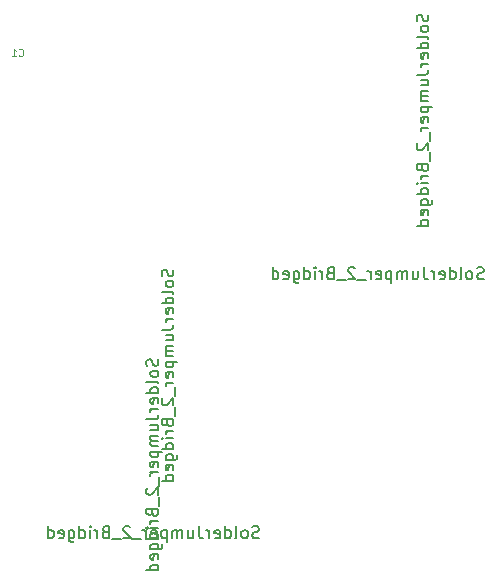
<source format=gbr>
%TF.GenerationSoftware,KiCad,Pcbnew,9.0.0*%
%TF.CreationDate,2025-05-09T14:52:44+01:00*%
%TF.ProjectId,v0b,7630622e-6b69-4636-9164-5f7063625858,rev?*%
%TF.SameCoordinates,Original*%
%TF.FileFunction,AssemblyDrawing,Bot*%
%FSLAX46Y46*%
G04 Gerber Fmt 4.6, Leading zero omitted, Abs format (unit mm)*
G04 Created by KiCad (PCBNEW 9.0.0) date 2025-05-09 14:52:44*
%MOMM*%
%LPD*%
G01*
G04 APERTURE LIST*
%ADD10C,0.090000*%
%ADD11C,0.150000*%
G04 APERTURE END LIST*
D10*
X71849999Y-37045748D02*
X71878571Y-37074320D01*
X71878571Y-37074320D02*
X71964285Y-37102891D01*
X71964285Y-37102891D02*
X72021428Y-37102891D01*
X72021428Y-37102891D02*
X72107142Y-37074320D01*
X72107142Y-37074320D02*
X72164285Y-37017177D01*
X72164285Y-37017177D02*
X72192856Y-36960034D01*
X72192856Y-36960034D02*
X72221428Y-36845748D01*
X72221428Y-36845748D02*
X72221428Y-36760034D01*
X72221428Y-36760034D02*
X72192856Y-36645748D01*
X72192856Y-36645748D02*
X72164285Y-36588605D01*
X72164285Y-36588605D02*
X72107142Y-36531462D01*
X72107142Y-36531462D02*
X72021428Y-36502891D01*
X72021428Y-36502891D02*
X71964285Y-36502891D01*
X71964285Y-36502891D02*
X71878571Y-36531462D01*
X71878571Y-36531462D02*
X71849999Y-36560034D01*
X71278571Y-37102891D02*
X71621428Y-37102891D01*
X71449999Y-37102891D02*
X71449999Y-36502891D01*
X71449999Y-36502891D02*
X71507142Y-36588605D01*
X71507142Y-36588605D02*
X71564285Y-36645748D01*
X71564285Y-36645748D02*
X71621428Y-36674320D01*
D11*
X92152381Y-77882200D02*
X92009524Y-77929819D01*
X92009524Y-77929819D02*
X91771429Y-77929819D01*
X91771429Y-77929819D02*
X91676191Y-77882200D01*
X91676191Y-77882200D02*
X91628572Y-77834580D01*
X91628572Y-77834580D02*
X91580953Y-77739342D01*
X91580953Y-77739342D02*
X91580953Y-77644104D01*
X91580953Y-77644104D02*
X91628572Y-77548866D01*
X91628572Y-77548866D02*
X91676191Y-77501247D01*
X91676191Y-77501247D02*
X91771429Y-77453628D01*
X91771429Y-77453628D02*
X91961905Y-77406009D01*
X91961905Y-77406009D02*
X92057143Y-77358390D01*
X92057143Y-77358390D02*
X92104762Y-77310771D01*
X92104762Y-77310771D02*
X92152381Y-77215533D01*
X92152381Y-77215533D02*
X92152381Y-77120295D01*
X92152381Y-77120295D02*
X92104762Y-77025057D01*
X92104762Y-77025057D02*
X92057143Y-76977438D01*
X92057143Y-76977438D02*
X91961905Y-76929819D01*
X91961905Y-76929819D02*
X91723810Y-76929819D01*
X91723810Y-76929819D02*
X91580953Y-76977438D01*
X91009524Y-77929819D02*
X91104762Y-77882200D01*
X91104762Y-77882200D02*
X91152381Y-77834580D01*
X91152381Y-77834580D02*
X91200000Y-77739342D01*
X91200000Y-77739342D02*
X91200000Y-77453628D01*
X91200000Y-77453628D02*
X91152381Y-77358390D01*
X91152381Y-77358390D02*
X91104762Y-77310771D01*
X91104762Y-77310771D02*
X91009524Y-77263152D01*
X91009524Y-77263152D02*
X90866667Y-77263152D01*
X90866667Y-77263152D02*
X90771429Y-77310771D01*
X90771429Y-77310771D02*
X90723810Y-77358390D01*
X90723810Y-77358390D02*
X90676191Y-77453628D01*
X90676191Y-77453628D02*
X90676191Y-77739342D01*
X90676191Y-77739342D02*
X90723810Y-77834580D01*
X90723810Y-77834580D02*
X90771429Y-77882200D01*
X90771429Y-77882200D02*
X90866667Y-77929819D01*
X90866667Y-77929819D02*
X91009524Y-77929819D01*
X90104762Y-77929819D02*
X90200000Y-77882200D01*
X90200000Y-77882200D02*
X90247619Y-77786961D01*
X90247619Y-77786961D02*
X90247619Y-76929819D01*
X89295238Y-77929819D02*
X89295238Y-76929819D01*
X89295238Y-77882200D02*
X89390476Y-77929819D01*
X89390476Y-77929819D02*
X89580952Y-77929819D01*
X89580952Y-77929819D02*
X89676190Y-77882200D01*
X89676190Y-77882200D02*
X89723809Y-77834580D01*
X89723809Y-77834580D02*
X89771428Y-77739342D01*
X89771428Y-77739342D02*
X89771428Y-77453628D01*
X89771428Y-77453628D02*
X89723809Y-77358390D01*
X89723809Y-77358390D02*
X89676190Y-77310771D01*
X89676190Y-77310771D02*
X89580952Y-77263152D01*
X89580952Y-77263152D02*
X89390476Y-77263152D01*
X89390476Y-77263152D02*
X89295238Y-77310771D01*
X88438095Y-77882200D02*
X88533333Y-77929819D01*
X88533333Y-77929819D02*
X88723809Y-77929819D01*
X88723809Y-77929819D02*
X88819047Y-77882200D01*
X88819047Y-77882200D02*
X88866666Y-77786961D01*
X88866666Y-77786961D02*
X88866666Y-77406009D01*
X88866666Y-77406009D02*
X88819047Y-77310771D01*
X88819047Y-77310771D02*
X88723809Y-77263152D01*
X88723809Y-77263152D02*
X88533333Y-77263152D01*
X88533333Y-77263152D02*
X88438095Y-77310771D01*
X88438095Y-77310771D02*
X88390476Y-77406009D01*
X88390476Y-77406009D02*
X88390476Y-77501247D01*
X88390476Y-77501247D02*
X88866666Y-77596485D01*
X87961904Y-77929819D02*
X87961904Y-77263152D01*
X87961904Y-77453628D02*
X87914285Y-77358390D01*
X87914285Y-77358390D02*
X87866666Y-77310771D01*
X87866666Y-77310771D02*
X87771428Y-77263152D01*
X87771428Y-77263152D02*
X87676190Y-77263152D01*
X87057142Y-76929819D02*
X87057142Y-77644104D01*
X87057142Y-77644104D02*
X87104761Y-77786961D01*
X87104761Y-77786961D02*
X87199999Y-77882200D01*
X87199999Y-77882200D02*
X87342856Y-77929819D01*
X87342856Y-77929819D02*
X87438094Y-77929819D01*
X86152380Y-77263152D02*
X86152380Y-77929819D01*
X86580951Y-77263152D02*
X86580951Y-77786961D01*
X86580951Y-77786961D02*
X86533332Y-77882200D01*
X86533332Y-77882200D02*
X86438094Y-77929819D01*
X86438094Y-77929819D02*
X86295237Y-77929819D01*
X86295237Y-77929819D02*
X86199999Y-77882200D01*
X86199999Y-77882200D02*
X86152380Y-77834580D01*
X85676189Y-77929819D02*
X85676189Y-77263152D01*
X85676189Y-77358390D02*
X85628570Y-77310771D01*
X85628570Y-77310771D02*
X85533332Y-77263152D01*
X85533332Y-77263152D02*
X85390475Y-77263152D01*
X85390475Y-77263152D02*
X85295237Y-77310771D01*
X85295237Y-77310771D02*
X85247618Y-77406009D01*
X85247618Y-77406009D02*
X85247618Y-77929819D01*
X85247618Y-77406009D02*
X85199999Y-77310771D01*
X85199999Y-77310771D02*
X85104761Y-77263152D01*
X85104761Y-77263152D02*
X84961904Y-77263152D01*
X84961904Y-77263152D02*
X84866665Y-77310771D01*
X84866665Y-77310771D02*
X84819046Y-77406009D01*
X84819046Y-77406009D02*
X84819046Y-77929819D01*
X84342856Y-77263152D02*
X84342856Y-78263152D01*
X84342856Y-77310771D02*
X84247618Y-77263152D01*
X84247618Y-77263152D02*
X84057142Y-77263152D01*
X84057142Y-77263152D02*
X83961904Y-77310771D01*
X83961904Y-77310771D02*
X83914285Y-77358390D01*
X83914285Y-77358390D02*
X83866666Y-77453628D01*
X83866666Y-77453628D02*
X83866666Y-77739342D01*
X83866666Y-77739342D02*
X83914285Y-77834580D01*
X83914285Y-77834580D02*
X83961904Y-77882200D01*
X83961904Y-77882200D02*
X84057142Y-77929819D01*
X84057142Y-77929819D02*
X84247618Y-77929819D01*
X84247618Y-77929819D02*
X84342856Y-77882200D01*
X83057142Y-77882200D02*
X83152380Y-77929819D01*
X83152380Y-77929819D02*
X83342856Y-77929819D01*
X83342856Y-77929819D02*
X83438094Y-77882200D01*
X83438094Y-77882200D02*
X83485713Y-77786961D01*
X83485713Y-77786961D02*
X83485713Y-77406009D01*
X83485713Y-77406009D02*
X83438094Y-77310771D01*
X83438094Y-77310771D02*
X83342856Y-77263152D01*
X83342856Y-77263152D02*
X83152380Y-77263152D01*
X83152380Y-77263152D02*
X83057142Y-77310771D01*
X83057142Y-77310771D02*
X83009523Y-77406009D01*
X83009523Y-77406009D02*
X83009523Y-77501247D01*
X83009523Y-77501247D02*
X83485713Y-77596485D01*
X82580951Y-77929819D02*
X82580951Y-77263152D01*
X82580951Y-77453628D02*
X82533332Y-77358390D01*
X82533332Y-77358390D02*
X82485713Y-77310771D01*
X82485713Y-77310771D02*
X82390475Y-77263152D01*
X82390475Y-77263152D02*
X82295237Y-77263152D01*
X82199999Y-78025057D02*
X81438094Y-78025057D01*
X81247617Y-77025057D02*
X81199998Y-76977438D01*
X81199998Y-76977438D02*
X81104760Y-76929819D01*
X81104760Y-76929819D02*
X80866665Y-76929819D01*
X80866665Y-76929819D02*
X80771427Y-76977438D01*
X80771427Y-76977438D02*
X80723808Y-77025057D01*
X80723808Y-77025057D02*
X80676189Y-77120295D01*
X80676189Y-77120295D02*
X80676189Y-77215533D01*
X80676189Y-77215533D02*
X80723808Y-77358390D01*
X80723808Y-77358390D02*
X81295236Y-77929819D01*
X81295236Y-77929819D02*
X80676189Y-77929819D01*
X80485713Y-78025057D02*
X79723808Y-78025057D01*
X79152379Y-77406009D02*
X79009522Y-77453628D01*
X79009522Y-77453628D02*
X78961903Y-77501247D01*
X78961903Y-77501247D02*
X78914284Y-77596485D01*
X78914284Y-77596485D02*
X78914284Y-77739342D01*
X78914284Y-77739342D02*
X78961903Y-77834580D01*
X78961903Y-77834580D02*
X79009522Y-77882200D01*
X79009522Y-77882200D02*
X79104760Y-77929819D01*
X79104760Y-77929819D02*
X79485712Y-77929819D01*
X79485712Y-77929819D02*
X79485712Y-76929819D01*
X79485712Y-76929819D02*
X79152379Y-76929819D01*
X79152379Y-76929819D02*
X79057141Y-76977438D01*
X79057141Y-76977438D02*
X79009522Y-77025057D01*
X79009522Y-77025057D02*
X78961903Y-77120295D01*
X78961903Y-77120295D02*
X78961903Y-77215533D01*
X78961903Y-77215533D02*
X79009522Y-77310771D01*
X79009522Y-77310771D02*
X79057141Y-77358390D01*
X79057141Y-77358390D02*
X79152379Y-77406009D01*
X79152379Y-77406009D02*
X79485712Y-77406009D01*
X78485712Y-77929819D02*
X78485712Y-77263152D01*
X78485712Y-77453628D02*
X78438093Y-77358390D01*
X78438093Y-77358390D02*
X78390474Y-77310771D01*
X78390474Y-77310771D02*
X78295236Y-77263152D01*
X78295236Y-77263152D02*
X78199998Y-77263152D01*
X77866664Y-77929819D02*
X77866664Y-77263152D01*
X77866664Y-76929819D02*
X77914283Y-76977438D01*
X77914283Y-76977438D02*
X77866664Y-77025057D01*
X77866664Y-77025057D02*
X77819045Y-76977438D01*
X77819045Y-76977438D02*
X77866664Y-76929819D01*
X77866664Y-76929819D02*
X77866664Y-77025057D01*
X76961903Y-77929819D02*
X76961903Y-76929819D01*
X76961903Y-77882200D02*
X77057141Y-77929819D01*
X77057141Y-77929819D02*
X77247617Y-77929819D01*
X77247617Y-77929819D02*
X77342855Y-77882200D01*
X77342855Y-77882200D02*
X77390474Y-77834580D01*
X77390474Y-77834580D02*
X77438093Y-77739342D01*
X77438093Y-77739342D02*
X77438093Y-77453628D01*
X77438093Y-77453628D02*
X77390474Y-77358390D01*
X77390474Y-77358390D02*
X77342855Y-77310771D01*
X77342855Y-77310771D02*
X77247617Y-77263152D01*
X77247617Y-77263152D02*
X77057141Y-77263152D01*
X77057141Y-77263152D02*
X76961903Y-77310771D01*
X76057141Y-77263152D02*
X76057141Y-78072676D01*
X76057141Y-78072676D02*
X76104760Y-78167914D01*
X76104760Y-78167914D02*
X76152379Y-78215533D01*
X76152379Y-78215533D02*
X76247617Y-78263152D01*
X76247617Y-78263152D02*
X76390474Y-78263152D01*
X76390474Y-78263152D02*
X76485712Y-78215533D01*
X76057141Y-77882200D02*
X76152379Y-77929819D01*
X76152379Y-77929819D02*
X76342855Y-77929819D01*
X76342855Y-77929819D02*
X76438093Y-77882200D01*
X76438093Y-77882200D02*
X76485712Y-77834580D01*
X76485712Y-77834580D02*
X76533331Y-77739342D01*
X76533331Y-77739342D02*
X76533331Y-77453628D01*
X76533331Y-77453628D02*
X76485712Y-77358390D01*
X76485712Y-77358390D02*
X76438093Y-77310771D01*
X76438093Y-77310771D02*
X76342855Y-77263152D01*
X76342855Y-77263152D02*
X76152379Y-77263152D01*
X76152379Y-77263152D02*
X76057141Y-77310771D01*
X75199998Y-77882200D02*
X75295236Y-77929819D01*
X75295236Y-77929819D02*
X75485712Y-77929819D01*
X75485712Y-77929819D02*
X75580950Y-77882200D01*
X75580950Y-77882200D02*
X75628569Y-77786961D01*
X75628569Y-77786961D02*
X75628569Y-77406009D01*
X75628569Y-77406009D02*
X75580950Y-77310771D01*
X75580950Y-77310771D02*
X75485712Y-77263152D01*
X75485712Y-77263152D02*
X75295236Y-77263152D01*
X75295236Y-77263152D02*
X75199998Y-77310771D01*
X75199998Y-77310771D02*
X75152379Y-77406009D01*
X75152379Y-77406009D02*
X75152379Y-77501247D01*
X75152379Y-77501247D02*
X75628569Y-77596485D01*
X74295236Y-77929819D02*
X74295236Y-76929819D01*
X74295236Y-77882200D02*
X74390474Y-77929819D01*
X74390474Y-77929819D02*
X74580950Y-77929819D01*
X74580950Y-77929819D02*
X74676188Y-77882200D01*
X74676188Y-77882200D02*
X74723807Y-77834580D01*
X74723807Y-77834580D02*
X74771426Y-77739342D01*
X74771426Y-77739342D02*
X74771426Y-77453628D01*
X74771426Y-77453628D02*
X74723807Y-77358390D01*
X74723807Y-77358390D02*
X74676188Y-77310771D01*
X74676188Y-77310771D02*
X74580950Y-77263152D01*
X74580950Y-77263152D02*
X74390474Y-77263152D01*
X74390474Y-77263152D02*
X74295236Y-77310771D01*
X83587200Y-62787618D02*
X83634819Y-62930475D01*
X83634819Y-62930475D02*
X83634819Y-63168570D01*
X83634819Y-63168570D02*
X83587200Y-63263808D01*
X83587200Y-63263808D02*
X83539580Y-63311427D01*
X83539580Y-63311427D02*
X83444342Y-63359046D01*
X83444342Y-63359046D02*
X83349104Y-63359046D01*
X83349104Y-63359046D02*
X83253866Y-63311427D01*
X83253866Y-63311427D02*
X83206247Y-63263808D01*
X83206247Y-63263808D02*
X83158628Y-63168570D01*
X83158628Y-63168570D02*
X83111009Y-62978094D01*
X83111009Y-62978094D02*
X83063390Y-62882856D01*
X83063390Y-62882856D02*
X83015771Y-62835237D01*
X83015771Y-62835237D02*
X82920533Y-62787618D01*
X82920533Y-62787618D02*
X82825295Y-62787618D01*
X82825295Y-62787618D02*
X82730057Y-62835237D01*
X82730057Y-62835237D02*
X82682438Y-62882856D01*
X82682438Y-62882856D02*
X82634819Y-62978094D01*
X82634819Y-62978094D02*
X82634819Y-63216189D01*
X82634819Y-63216189D02*
X82682438Y-63359046D01*
X83634819Y-63930475D02*
X83587200Y-63835237D01*
X83587200Y-63835237D02*
X83539580Y-63787618D01*
X83539580Y-63787618D02*
X83444342Y-63739999D01*
X83444342Y-63739999D02*
X83158628Y-63739999D01*
X83158628Y-63739999D02*
X83063390Y-63787618D01*
X83063390Y-63787618D02*
X83015771Y-63835237D01*
X83015771Y-63835237D02*
X82968152Y-63930475D01*
X82968152Y-63930475D02*
X82968152Y-64073332D01*
X82968152Y-64073332D02*
X83015771Y-64168570D01*
X83015771Y-64168570D02*
X83063390Y-64216189D01*
X83063390Y-64216189D02*
X83158628Y-64263808D01*
X83158628Y-64263808D02*
X83444342Y-64263808D01*
X83444342Y-64263808D02*
X83539580Y-64216189D01*
X83539580Y-64216189D02*
X83587200Y-64168570D01*
X83587200Y-64168570D02*
X83634819Y-64073332D01*
X83634819Y-64073332D02*
X83634819Y-63930475D01*
X83634819Y-64835237D02*
X83587200Y-64739999D01*
X83587200Y-64739999D02*
X83491961Y-64692380D01*
X83491961Y-64692380D02*
X82634819Y-64692380D01*
X83634819Y-65644761D02*
X82634819Y-65644761D01*
X83587200Y-65644761D02*
X83634819Y-65549523D01*
X83634819Y-65549523D02*
X83634819Y-65359047D01*
X83634819Y-65359047D02*
X83587200Y-65263809D01*
X83587200Y-65263809D02*
X83539580Y-65216190D01*
X83539580Y-65216190D02*
X83444342Y-65168571D01*
X83444342Y-65168571D02*
X83158628Y-65168571D01*
X83158628Y-65168571D02*
X83063390Y-65216190D01*
X83063390Y-65216190D02*
X83015771Y-65263809D01*
X83015771Y-65263809D02*
X82968152Y-65359047D01*
X82968152Y-65359047D02*
X82968152Y-65549523D01*
X82968152Y-65549523D02*
X83015771Y-65644761D01*
X83587200Y-66501904D02*
X83634819Y-66406666D01*
X83634819Y-66406666D02*
X83634819Y-66216190D01*
X83634819Y-66216190D02*
X83587200Y-66120952D01*
X83587200Y-66120952D02*
X83491961Y-66073333D01*
X83491961Y-66073333D02*
X83111009Y-66073333D01*
X83111009Y-66073333D02*
X83015771Y-66120952D01*
X83015771Y-66120952D02*
X82968152Y-66216190D01*
X82968152Y-66216190D02*
X82968152Y-66406666D01*
X82968152Y-66406666D02*
X83015771Y-66501904D01*
X83015771Y-66501904D02*
X83111009Y-66549523D01*
X83111009Y-66549523D02*
X83206247Y-66549523D01*
X83206247Y-66549523D02*
X83301485Y-66073333D01*
X83634819Y-66978095D02*
X82968152Y-66978095D01*
X83158628Y-66978095D02*
X83063390Y-67025714D01*
X83063390Y-67025714D02*
X83015771Y-67073333D01*
X83015771Y-67073333D02*
X82968152Y-67168571D01*
X82968152Y-67168571D02*
X82968152Y-67263809D01*
X82634819Y-67882857D02*
X83349104Y-67882857D01*
X83349104Y-67882857D02*
X83491961Y-67835238D01*
X83491961Y-67835238D02*
X83587200Y-67740000D01*
X83587200Y-67740000D02*
X83634819Y-67597143D01*
X83634819Y-67597143D02*
X83634819Y-67501905D01*
X82968152Y-68787619D02*
X83634819Y-68787619D01*
X82968152Y-68359048D02*
X83491961Y-68359048D01*
X83491961Y-68359048D02*
X83587200Y-68406667D01*
X83587200Y-68406667D02*
X83634819Y-68501905D01*
X83634819Y-68501905D02*
X83634819Y-68644762D01*
X83634819Y-68644762D02*
X83587200Y-68740000D01*
X83587200Y-68740000D02*
X83539580Y-68787619D01*
X83634819Y-69263810D02*
X82968152Y-69263810D01*
X83063390Y-69263810D02*
X83015771Y-69311429D01*
X83015771Y-69311429D02*
X82968152Y-69406667D01*
X82968152Y-69406667D02*
X82968152Y-69549524D01*
X82968152Y-69549524D02*
X83015771Y-69644762D01*
X83015771Y-69644762D02*
X83111009Y-69692381D01*
X83111009Y-69692381D02*
X83634819Y-69692381D01*
X83111009Y-69692381D02*
X83015771Y-69740000D01*
X83015771Y-69740000D02*
X82968152Y-69835238D01*
X82968152Y-69835238D02*
X82968152Y-69978095D01*
X82968152Y-69978095D02*
X83015771Y-70073334D01*
X83015771Y-70073334D02*
X83111009Y-70120953D01*
X83111009Y-70120953D02*
X83634819Y-70120953D01*
X82968152Y-70597143D02*
X83968152Y-70597143D01*
X83015771Y-70597143D02*
X82968152Y-70692381D01*
X82968152Y-70692381D02*
X82968152Y-70882857D01*
X82968152Y-70882857D02*
X83015771Y-70978095D01*
X83015771Y-70978095D02*
X83063390Y-71025714D01*
X83063390Y-71025714D02*
X83158628Y-71073333D01*
X83158628Y-71073333D02*
X83444342Y-71073333D01*
X83444342Y-71073333D02*
X83539580Y-71025714D01*
X83539580Y-71025714D02*
X83587200Y-70978095D01*
X83587200Y-70978095D02*
X83634819Y-70882857D01*
X83634819Y-70882857D02*
X83634819Y-70692381D01*
X83634819Y-70692381D02*
X83587200Y-70597143D01*
X83587200Y-71882857D02*
X83634819Y-71787619D01*
X83634819Y-71787619D02*
X83634819Y-71597143D01*
X83634819Y-71597143D02*
X83587200Y-71501905D01*
X83587200Y-71501905D02*
X83491961Y-71454286D01*
X83491961Y-71454286D02*
X83111009Y-71454286D01*
X83111009Y-71454286D02*
X83015771Y-71501905D01*
X83015771Y-71501905D02*
X82968152Y-71597143D01*
X82968152Y-71597143D02*
X82968152Y-71787619D01*
X82968152Y-71787619D02*
X83015771Y-71882857D01*
X83015771Y-71882857D02*
X83111009Y-71930476D01*
X83111009Y-71930476D02*
X83206247Y-71930476D01*
X83206247Y-71930476D02*
X83301485Y-71454286D01*
X83634819Y-72359048D02*
X82968152Y-72359048D01*
X83158628Y-72359048D02*
X83063390Y-72406667D01*
X83063390Y-72406667D02*
X83015771Y-72454286D01*
X83015771Y-72454286D02*
X82968152Y-72549524D01*
X82968152Y-72549524D02*
X82968152Y-72644762D01*
X83730057Y-72740001D02*
X83730057Y-73501905D01*
X82730057Y-73692382D02*
X82682438Y-73740001D01*
X82682438Y-73740001D02*
X82634819Y-73835239D01*
X82634819Y-73835239D02*
X82634819Y-74073334D01*
X82634819Y-74073334D02*
X82682438Y-74168572D01*
X82682438Y-74168572D02*
X82730057Y-74216191D01*
X82730057Y-74216191D02*
X82825295Y-74263810D01*
X82825295Y-74263810D02*
X82920533Y-74263810D01*
X82920533Y-74263810D02*
X83063390Y-74216191D01*
X83063390Y-74216191D02*
X83634819Y-73644763D01*
X83634819Y-73644763D02*
X83634819Y-74263810D01*
X83730057Y-74454287D02*
X83730057Y-75216191D01*
X83111009Y-75787620D02*
X83158628Y-75930477D01*
X83158628Y-75930477D02*
X83206247Y-75978096D01*
X83206247Y-75978096D02*
X83301485Y-76025715D01*
X83301485Y-76025715D02*
X83444342Y-76025715D01*
X83444342Y-76025715D02*
X83539580Y-75978096D01*
X83539580Y-75978096D02*
X83587200Y-75930477D01*
X83587200Y-75930477D02*
X83634819Y-75835239D01*
X83634819Y-75835239D02*
X83634819Y-75454287D01*
X83634819Y-75454287D02*
X82634819Y-75454287D01*
X82634819Y-75454287D02*
X82634819Y-75787620D01*
X82634819Y-75787620D02*
X82682438Y-75882858D01*
X82682438Y-75882858D02*
X82730057Y-75930477D01*
X82730057Y-75930477D02*
X82825295Y-75978096D01*
X82825295Y-75978096D02*
X82920533Y-75978096D01*
X82920533Y-75978096D02*
X83015771Y-75930477D01*
X83015771Y-75930477D02*
X83063390Y-75882858D01*
X83063390Y-75882858D02*
X83111009Y-75787620D01*
X83111009Y-75787620D02*
X83111009Y-75454287D01*
X83634819Y-76454287D02*
X82968152Y-76454287D01*
X83158628Y-76454287D02*
X83063390Y-76501906D01*
X83063390Y-76501906D02*
X83015771Y-76549525D01*
X83015771Y-76549525D02*
X82968152Y-76644763D01*
X82968152Y-76644763D02*
X82968152Y-76740001D01*
X83634819Y-77073335D02*
X82968152Y-77073335D01*
X82634819Y-77073335D02*
X82682438Y-77025716D01*
X82682438Y-77025716D02*
X82730057Y-77073335D01*
X82730057Y-77073335D02*
X82682438Y-77120954D01*
X82682438Y-77120954D02*
X82634819Y-77073335D01*
X82634819Y-77073335D02*
X82730057Y-77073335D01*
X83634819Y-77978096D02*
X82634819Y-77978096D01*
X83587200Y-77978096D02*
X83634819Y-77882858D01*
X83634819Y-77882858D02*
X83634819Y-77692382D01*
X83634819Y-77692382D02*
X83587200Y-77597144D01*
X83587200Y-77597144D02*
X83539580Y-77549525D01*
X83539580Y-77549525D02*
X83444342Y-77501906D01*
X83444342Y-77501906D02*
X83158628Y-77501906D01*
X83158628Y-77501906D02*
X83063390Y-77549525D01*
X83063390Y-77549525D02*
X83015771Y-77597144D01*
X83015771Y-77597144D02*
X82968152Y-77692382D01*
X82968152Y-77692382D02*
X82968152Y-77882858D01*
X82968152Y-77882858D02*
X83015771Y-77978096D01*
X82968152Y-78882858D02*
X83777676Y-78882858D01*
X83777676Y-78882858D02*
X83872914Y-78835239D01*
X83872914Y-78835239D02*
X83920533Y-78787620D01*
X83920533Y-78787620D02*
X83968152Y-78692382D01*
X83968152Y-78692382D02*
X83968152Y-78549525D01*
X83968152Y-78549525D02*
X83920533Y-78454287D01*
X83587200Y-78882858D02*
X83634819Y-78787620D01*
X83634819Y-78787620D02*
X83634819Y-78597144D01*
X83634819Y-78597144D02*
X83587200Y-78501906D01*
X83587200Y-78501906D02*
X83539580Y-78454287D01*
X83539580Y-78454287D02*
X83444342Y-78406668D01*
X83444342Y-78406668D02*
X83158628Y-78406668D01*
X83158628Y-78406668D02*
X83063390Y-78454287D01*
X83063390Y-78454287D02*
X83015771Y-78501906D01*
X83015771Y-78501906D02*
X82968152Y-78597144D01*
X82968152Y-78597144D02*
X82968152Y-78787620D01*
X82968152Y-78787620D02*
X83015771Y-78882858D01*
X83587200Y-79740001D02*
X83634819Y-79644763D01*
X83634819Y-79644763D02*
X83634819Y-79454287D01*
X83634819Y-79454287D02*
X83587200Y-79359049D01*
X83587200Y-79359049D02*
X83491961Y-79311430D01*
X83491961Y-79311430D02*
X83111009Y-79311430D01*
X83111009Y-79311430D02*
X83015771Y-79359049D01*
X83015771Y-79359049D02*
X82968152Y-79454287D01*
X82968152Y-79454287D02*
X82968152Y-79644763D01*
X82968152Y-79644763D02*
X83015771Y-79740001D01*
X83015771Y-79740001D02*
X83111009Y-79787620D01*
X83111009Y-79787620D02*
X83206247Y-79787620D01*
X83206247Y-79787620D02*
X83301485Y-79311430D01*
X83634819Y-80644763D02*
X82634819Y-80644763D01*
X83587200Y-80644763D02*
X83634819Y-80549525D01*
X83634819Y-80549525D02*
X83634819Y-80359049D01*
X83634819Y-80359049D02*
X83587200Y-80263811D01*
X83587200Y-80263811D02*
X83539580Y-80216192D01*
X83539580Y-80216192D02*
X83444342Y-80168573D01*
X83444342Y-80168573D02*
X83158628Y-80168573D01*
X83158628Y-80168573D02*
X83063390Y-80216192D01*
X83063390Y-80216192D02*
X83015771Y-80263811D01*
X83015771Y-80263811D02*
X82968152Y-80359049D01*
X82968152Y-80359049D02*
X82968152Y-80549525D01*
X82968152Y-80549525D02*
X83015771Y-80644763D01*
X106457200Y-33607618D02*
X106504819Y-33750475D01*
X106504819Y-33750475D02*
X106504819Y-33988570D01*
X106504819Y-33988570D02*
X106457200Y-34083808D01*
X106457200Y-34083808D02*
X106409580Y-34131427D01*
X106409580Y-34131427D02*
X106314342Y-34179046D01*
X106314342Y-34179046D02*
X106219104Y-34179046D01*
X106219104Y-34179046D02*
X106123866Y-34131427D01*
X106123866Y-34131427D02*
X106076247Y-34083808D01*
X106076247Y-34083808D02*
X106028628Y-33988570D01*
X106028628Y-33988570D02*
X105981009Y-33798094D01*
X105981009Y-33798094D02*
X105933390Y-33702856D01*
X105933390Y-33702856D02*
X105885771Y-33655237D01*
X105885771Y-33655237D02*
X105790533Y-33607618D01*
X105790533Y-33607618D02*
X105695295Y-33607618D01*
X105695295Y-33607618D02*
X105600057Y-33655237D01*
X105600057Y-33655237D02*
X105552438Y-33702856D01*
X105552438Y-33702856D02*
X105504819Y-33798094D01*
X105504819Y-33798094D02*
X105504819Y-34036189D01*
X105504819Y-34036189D02*
X105552438Y-34179046D01*
X106504819Y-34750475D02*
X106457200Y-34655237D01*
X106457200Y-34655237D02*
X106409580Y-34607618D01*
X106409580Y-34607618D02*
X106314342Y-34559999D01*
X106314342Y-34559999D02*
X106028628Y-34559999D01*
X106028628Y-34559999D02*
X105933390Y-34607618D01*
X105933390Y-34607618D02*
X105885771Y-34655237D01*
X105885771Y-34655237D02*
X105838152Y-34750475D01*
X105838152Y-34750475D02*
X105838152Y-34893332D01*
X105838152Y-34893332D02*
X105885771Y-34988570D01*
X105885771Y-34988570D02*
X105933390Y-35036189D01*
X105933390Y-35036189D02*
X106028628Y-35083808D01*
X106028628Y-35083808D02*
X106314342Y-35083808D01*
X106314342Y-35083808D02*
X106409580Y-35036189D01*
X106409580Y-35036189D02*
X106457200Y-34988570D01*
X106457200Y-34988570D02*
X106504819Y-34893332D01*
X106504819Y-34893332D02*
X106504819Y-34750475D01*
X106504819Y-35655237D02*
X106457200Y-35559999D01*
X106457200Y-35559999D02*
X106361961Y-35512380D01*
X106361961Y-35512380D02*
X105504819Y-35512380D01*
X106504819Y-36464761D02*
X105504819Y-36464761D01*
X106457200Y-36464761D02*
X106504819Y-36369523D01*
X106504819Y-36369523D02*
X106504819Y-36179047D01*
X106504819Y-36179047D02*
X106457200Y-36083809D01*
X106457200Y-36083809D02*
X106409580Y-36036190D01*
X106409580Y-36036190D02*
X106314342Y-35988571D01*
X106314342Y-35988571D02*
X106028628Y-35988571D01*
X106028628Y-35988571D02*
X105933390Y-36036190D01*
X105933390Y-36036190D02*
X105885771Y-36083809D01*
X105885771Y-36083809D02*
X105838152Y-36179047D01*
X105838152Y-36179047D02*
X105838152Y-36369523D01*
X105838152Y-36369523D02*
X105885771Y-36464761D01*
X106457200Y-37321904D02*
X106504819Y-37226666D01*
X106504819Y-37226666D02*
X106504819Y-37036190D01*
X106504819Y-37036190D02*
X106457200Y-36940952D01*
X106457200Y-36940952D02*
X106361961Y-36893333D01*
X106361961Y-36893333D02*
X105981009Y-36893333D01*
X105981009Y-36893333D02*
X105885771Y-36940952D01*
X105885771Y-36940952D02*
X105838152Y-37036190D01*
X105838152Y-37036190D02*
X105838152Y-37226666D01*
X105838152Y-37226666D02*
X105885771Y-37321904D01*
X105885771Y-37321904D02*
X105981009Y-37369523D01*
X105981009Y-37369523D02*
X106076247Y-37369523D01*
X106076247Y-37369523D02*
X106171485Y-36893333D01*
X106504819Y-37798095D02*
X105838152Y-37798095D01*
X106028628Y-37798095D02*
X105933390Y-37845714D01*
X105933390Y-37845714D02*
X105885771Y-37893333D01*
X105885771Y-37893333D02*
X105838152Y-37988571D01*
X105838152Y-37988571D02*
X105838152Y-38083809D01*
X105504819Y-38702857D02*
X106219104Y-38702857D01*
X106219104Y-38702857D02*
X106361961Y-38655238D01*
X106361961Y-38655238D02*
X106457200Y-38560000D01*
X106457200Y-38560000D02*
X106504819Y-38417143D01*
X106504819Y-38417143D02*
X106504819Y-38321905D01*
X105838152Y-39607619D02*
X106504819Y-39607619D01*
X105838152Y-39179048D02*
X106361961Y-39179048D01*
X106361961Y-39179048D02*
X106457200Y-39226667D01*
X106457200Y-39226667D02*
X106504819Y-39321905D01*
X106504819Y-39321905D02*
X106504819Y-39464762D01*
X106504819Y-39464762D02*
X106457200Y-39560000D01*
X106457200Y-39560000D02*
X106409580Y-39607619D01*
X106504819Y-40083810D02*
X105838152Y-40083810D01*
X105933390Y-40083810D02*
X105885771Y-40131429D01*
X105885771Y-40131429D02*
X105838152Y-40226667D01*
X105838152Y-40226667D02*
X105838152Y-40369524D01*
X105838152Y-40369524D02*
X105885771Y-40464762D01*
X105885771Y-40464762D02*
X105981009Y-40512381D01*
X105981009Y-40512381D02*
X106504819Y-40512381D01*
X105981009Y-40512381D02*
X105885771Y-40560000D01*
X105885771Y-40560000D02*
X105838152Y-40655238D01*
X105838152Y-40655238D02*
X105838152Y-40798095D01*
X105838152Y-40798095D02*
X105885771Y-40893334D01*
X105885771Y-40893334D02*
X105981009Y-40940953D01*
X105981009Y-40940953D02*
X106504819Y-40940953D01*
X105838152Y-41417143D02*
X106838152Y-41417143D01*
X105885771Y-41417143D02*
X105838152Y-41512381D01*
X105838152Y-41512381D02*
X105838152Y-41702857D01*
X105838152Y-41702857D02*
X105885771Y-41798095D01*
X105885771Y-41798095D02*
X105933390Y-41845714D01*
X105933390Y-41845714D02*
X106028628Y-41893333D01*
X106028628Y-41893333D02*
X106314342Y-41893333D01*
X106314342Y-41893333D02*
X106409580Y-41845714D01*
X106409580Y-41845714D02*
X106457200Y-41798095D01*
X106457200Y-41798095D02*
X106504819Y-41702857D01*
X106504819Y-41702857D02*
X106504819Y-41512381D01*
X106504819Y-41512381D02*
X106457200Y-41417143D01*
X106457200Y-42702857D02*
X106504819Y-42607619D01*
X106504819Y-42607619D02*
X106504819Y-42417143D01*
X106504819Y-42417143D02*
X106457200Y-42321905D01*
X106457200Y-42321905D02*
X106361961Y-42274286D01*
X106361961Y-42274286D02*
X105981009Y-42274286D01*
X105981009Y-42274286D02*
X105885771Y-42321905D01*
X105885771Y-42321905D02*
X105838152Y-42417143D01*
X105838152Y-42417143D02*
X105838152Y-42607619D01*
X105838152Y-42607619D02*
X105885771Y-42702857D01*
X105885771Y-42702857D02*
X105981009Y-42750476D01*
X105981009Y-42750476D02*
X106076247Y-42750476D01*
X106076247Y-42750476D02*
X106171485Y-42274286D01*
X106504819Y-43179048D02*
X105838152Y-43179048D01*
X106028628Y-43179048D02*
X105933390Y-43226667D01*
X105933390Y-43226667D02*
X105885771Y-43274286D01*
X105885771Y-43274286D02*
X105838152Y-43369524D01*
X105838152Y-43369524D02*
X105838152Y-43464762D01*
X106600057Y-43560001D02*
X106600057Y-44321905D01*
X105600057Y-44512382D02*
X105552438Y-44560001D01*
X105552438Y-44560001D02*
X105504819Y-44655239D01*
X105504819Y-44655239D02*
X105504819Y-44893334D01*
X105504819Y-44893334D02*
X105552438Y-44988572D01*
X105552438Y-44988572D02*
X105600057Y-45036191D01*
X105600057Y-45036191D02*
X105695295Y-45083810D01*
X105695295Y-45083810D02*
X105790533Y-45083810D01*
X105790533Y-45083810D02*
X105933390Y-45036191D01*
X105933390Y-45036191D02*
X106504819Y-44464763D01*
X106504819Y-44464763D02*
X106504819Y-45083810D01*
X106600057Y-45274287D02*
X106600057Y-46036191D01*
X105981009Y-46607620D02*
X106028628Y-46750477D01*
X106028628Y-46750477D02*
X106076247Y-46798096D01*
X106076247Y-46798096D02*
X106171485Y-46845715D01*
X106171485Y-46845715D02*
X106314342Y-46845715D01*
X106314342Y-46845715D02*
X106409580Y-46798096D01*
X106409580Y-46798096D02*
X106457200Y-46750477D01*
X106457200Y-46750477D02*
X106504819Y-46655239D01*
X106504819Y-46655239D02*
X106504819Y-46274287D01*
X106504819Y-46274287D02*
X105504819Y-46274287D01*
X105504819Y-46274287D02*
X105504819Y-46607620D01*
X105504819Y-46607620D02*
X105552438Y-46702858D01*
X105552438Y-46702858D02*
X105600057Y-46750477D01*
X105600057Y-46750477D02*
X105695295Y-46798096D01*
X105695295Y-46798096D02*
X105790533Y-46798096D01*
X105790533Y-46798096D02*
X105885771Y-46750477D01*
X105885771Y-46750477D02*
X105933390Y-46702858D01*
X105933390Y-46702858D02*
X105981009Y-46607620D01*
X105981009Y-46607620D02*
X105981009Y-46274287D01*
X106504819Y-47274287D02*
X105838152Y-47274287D01*
X106028628Y-47274287D02*
X105933390Y-47321906D01*
X105933390Y-47321906D02*
X105885771Y-47369525D01*
X105885771Y-47369525D02*
X105838152Y-47464763D01*
X105838152Y-47464763D02*
X105838152Y-47560001D01*
X106504819Y-47893335D02*
X105838152Y-47893335D01*
X105504819Y-47893335D02*
X105552438Y-47845716D01*
X105552438Y-47845716D02*
X105600057Y-47893335D01*
X105600057Y-47893335D02*
X105552438Y-47940954D01*
X105552438Y-47940954D02*
X105504819Y-47893335D01*
X105504819Y-47893335D02*
X105600057Y-47893335D01*
X106504819Y-48798096D02*
X105504819Y-48798096D01*
X106457200Y-48798096D02*
X106504819Y-48702858D01*
X106504819Y-48702858D02*
X106504819Y-48512382D01*
X106504819Y-48512382D02*
X106457200Y-48417144D01*
X106457200Y-48417144D02*
X106409580Y-48369525D01*
X106409580Y-48369525D02*
X106314342Y-48321906D01*
X106314342Y-48321906D02*
X106028628Y-48321906D01*
X106028628Y-48321906D02*
X105933390Y-48369525D01*
X105933390Y-48369525D02*
X105885771Y-48417144D01*
X105885771Y-48417144D02*
X105838152Y-48512382D01*
X105838152Y-48512382D02*
X105838152Y-48702858D01*
X105838152Y-48702858D02*
X105885771Y-48798096D01*
X105838152Y-49702858D02*
X106647676Y-49702858D01*
X106647676Y-49702858D02*
X106742914Y-49655239D01*
X106742914Y-49655239D02*
X106790533Y-49607620D01*
X106790533Y-49607620D02*
X106838152Y-49512382D01*
X106838152Y-49512382D02*
X106838152Y-49369525D01*
X106838152Y-49369525D02*
X106790533Y-49274287D01*
X106457200Y-49702858D02*
X106504819Y-49607620D01*
X106504819Y-49607620D02*
X106504819Y-49417144D01*
X106504819Y-49417144D02*
X106457200Y-49321906D01*
X106457200Y-49321906D02*
X106409580Y-49274287D01*
X106409580Y-49274287D02*
X106314342Y-49226668D01*
X106314342Y-49226668D02*
X106028628Y-49226668D01*
X106028628Y-49226668D02*
X105933390Y-49274287D01*
X105933390Y-49274287D02*
X105885771Y-49321906D01*
X105885771Y-49321906D02*
X105838152Y-49417144D01*
X105838152Y-49417144D02*
X105838152Y-49607620D01*
X105838152Y-49607620D02*
X105885771Y-49702858D01*
X106457200Y-50560001D02*
X106504819Y-50464763D01*
X106504819Y-50464763D02*
X106504819Y-50274287D01*
X106504819Y-50274287D02*
X106457200Y-50179049D01*
X106457200Y-50179049D02*
X106361961Y-50131430D01*
X106361961Y-50131430D02*
X105981009Y-50131430D01*
X105981009Y-50131430D02*
X105885771Y-50179049D01*
X105885771Y-50179049D02*
X105838152Y-50274287D01*
X105838152Y-50274287D02*
X105838152Y-50464763D01*
X105838152Y-50464763D02*
X105885771Y-50560001D01*
X105885771Y-50560001D02*
X105981009Y-50607620D01*
X105981009Y-50607620D02*
X106076247Y-50607620D01*
X106076247Y-50607620D02*
X106171485Y-50131430D01*
X106504819Y-51464763D02*
X105504819Y-51464763D01*
X106457200Y-51464763D02*
X106504819Y-51369525D01*
X106504819Y-51369525D02*
X106504819Y-51179049D01*
X106504819Y-51179049D02*
X106457200Y-51083811D01*
X106457200Y-51083811D02*
X106409580Y-51036192D01*
X106409580Y-51036192D02*
X106314342Y-50988573D01*
X106314342Y-50988573D02*
X106028628Y-50988573D01*
X106028628Y-50988573D02*
X105933390Y-51036192D01*
X105933390Y-51036192D02*
X105885771Y-51083811D01*
X105885771Y-51083811D02*
X105838152Y-51179049D01*
X105838152Y-51179049D02*
X105838152Y-51369525D01*
X105838152Y-51369525D02*
X105885771Y-51464763D01*
X111187381Y-55951600D02*
X111044524Y-55999219D01*
X111044524Y-55999219D02*
X110806429Y-55999219D01*
X110806429Y-55999219D02*
X110711191Y-55951600D01*
X110711191Y-55951600D02*
X110663572Y-55903980D01*
X110663572Y-55903980D02*
X110615953Y-55808742D01*
X110615953Y-55808742D02*
X110615953Y-55713504D01*
X110615953Y-55713504D02*
X110663572Y-55618266D01*
X110663572Y-55618266D02*
X110711191Y-55570647D01*
X110711191Y-55570647D02*
X110806429Y-55523028D01*
X110806429Y-55523028D02*
X110996905Y-55475409D01*
X110996905Y-55475409D02*
X111092143Y-55427790D01*
X111092143Y-55427790D02*
X111139762Y-55380171D01*
X111139762Y-55380171D02*
X111187381Y-55284933D01*
X111187381Y-55284933D02*
X111187381Y-55189695D01*
X111187381Y-55189695D02*
X111139762Y-55094457D01*
X111139762Y-55094457D02*
X111092143Y-55046838D01*
X111092143Y-55046838D02*
X110996905Y-54999219D01*
X110996905Y-54999219D02*
X110758810Y-54999219D01*
X110758810Y-54999219D02*
X110615953Y-55046838D01*
X110044524Y-55999219D02*
X110139762Y-55951600D01*
X110139762Y-55951600D02*
X110187381Y-55903980D01*
X110187381Y-55903980D02*
X110235000Y-55808742D01*
X110235000Y-55808742D02*
X110235000Y-55523028D01*
X110235000Y-55523028D02*
X110187381Y-55427790D01*
X110187381Y-55427790D02*
X110139762Y-55380171D01*
X110139762Y-55380171D02*
X110044524Y-55332552D01*
X110044524Y-55332552D02*
X109901667Y-55332552D01*
X109901667Y-55332552D02*
X109806429Y-55380171D01*
X109806429Y-55380171D02*
X109758810Y-55427790D01*
X109758810Y-55427790D02*
X109711191Y-55523028D01*
X109711191Y-55523028D02*
X109711191Y-55808742D01*
X109711191Y-55808742D02*
X109758810Y-55903980D01*
X109758810Y-55903980D02*
X109806429Y-55951600D01*
X109806429Y-55951600D02*
X109901667Y-55999219D01*
X109901667Y-55999219D02*
X110044524Y-55999219D01*
X109139762Y-55999219D02*
X109235000Y-55951600D01*
X109235000Y-55951600D02*
X109282619Y-55856361D01*
X109282619Y-55856361D02*
X109282619Y-54999219D01*
X108330238Y-55999219D02*
X108330238Y-54999219D01*
X108330238Y-55951600D02*
X108425476Y-55999219D01*
X108425476Y-55999219D02*
X108615952Y-55999219D01*
X108615952Y-55999219D02*
X108711190Y-55951600D01*
X108711190Y-55951600D02*
X108758809Y-55903980D01*
X108758809Y-55903980D02*
X108806428Y-55808742D01*
X108806428Y-55808742D02*
X108806428Y-55523028D01*
X108806428Y-55523028D02*
X108758809Y-55427790D01*
X108758809Y-55427790D02*
X108711190Y-55380171D01*
X108711190Y-55380171D02*
X108615952Y-55332552D01*
X108615952Y-55332552D02*
X108425476Y-55332552D01*
X108425476Y-55332552D02*
X108330238Y-55380171D01*
X107473095Y-55951600D02*
X107568333Y-55999219D01*
X107568333Y-55999219D02*
X107758809Y-55999219D01*
X107758809Y-55999219D02*
X107854047Y-55951600D01*
X107854047Y-55951600D02*
X107901666Y-55856361D01*
X107901666Y-55856361D02*
X107901666Y-55475409D01*
X107901666Y-55475409D02*
X107854047Y-55380171D01*
X107854047Y-55380171D02*
X107758809Y-55332552D01*
X107758809Y-55332552D02*
X107568333Y-55332552D01*
X107568333Y-55332552D02*
X107473095Y-55380171D01*
X107473095Y-55380171D02*
X107425476Y-55475409D01*
X107425476Y-55475409D02*
X107425476Y-55570647D01*
X107425476Y-55570647D02*
X107901666Y-55665885D01*
X106996904Y-55999219D02*
X106996904Y-55332552D01*
X106996904Y-55523028D02*
X106949285Y-55427790D01*
X106949285Y-55427790D02*
X106901666Y-55380171D01*
X106901666Y-55380171D02*
X106806428Y-55332552D01*
X106806428Y-55332552D02*
X106711190Y-55332552D01*
X106092142Y-54999219D02*
X106092142Y-55713504D01*
X106092142Y-55713504D02*
X106139761Y-55856361D01*
X106139761Y-55856361D02*
X106234999Y-55951600D01*
X106234999Y-55951600D02*
X106377856Y-55999219D01*
X106377856Y-55999219D02*
X106473094Y-55999219D01*
X105187380Y-55332552D02*
X105187380Y-55999219D01*
X105615951Y-55332552D02*
X105615951Y-55856361D01*
X105615951Y-55856361D02*
X105568332Y-55951600D01*
X105568332Y-55951600D02*
X105473094Y-55999219D01*
X105473094Y-55999219D02*
X105330237Y-55999219D01*
X105330237Y-55999219D02*
X105234999Y-55951600D01*
X105234999Y-55951600D02*
X105187380Y-55903980D01*
X104711189Y-55999219D02*
X104711189Y-55332552D01*
X104711189Y-55427790D02*
X104663570Y-55380171D01*
X104663570Y-55380171D02*
X104568332Y-55332552D01*
X104568332Y-55332552D02*
X104425475Y-55332552D01*
X104425475Y-55332552D02*
X104330237Y-55380171D01*
X104330237Y-55380171D02*
X104282618Y-55475409D01*
X104282618Y-55475409D02*
X104282618Y-55999219D01*
X104282618Y-55475409D02*
X104234999Y-55380171D01*
X104234999Y-55380171D02*
X104139761Y-55332552D01*
X104139761Y-55332552D02*
X103996904Y-55332552D01*
X103996904Y-55332552D02*
X103901665Y-55380171D01*
X103901665Y-55380171D02*
X103854046Y-55475409D01*
X103854046Y-55475409D02*
X103854046Y-55999219D01*
X103377856Y-55332552D02*
X103377856Y-56332552D01*
X103377856Y-55380171D02*
X103282618Y-55332552D01*
X103282618Y-55332552D02*
X103092142Y-55332552D01*
X103092142Y-55332552D02*
X102996904Y-55380171D01*
X102996904Y-55380171D02*
X102949285Y-55427790D01*
X102949285Y-55427790D02*
X102901666Y-55523028D01*
X102901666Y-55523028D02*
X102901666Y-55808742D01*
X102901666Y-55808742D02*
X102949285Y-55903980D01*
X102949285Y-55903980D02*
X102996904Y-55951600D01*
X102996904Y-55951600D02*
X103092142Y-55999219D01*
X103092142Y-55999219D02*
X103282618Y-55999219D01*
X103282618Y-55999219D02*
X103377856Y-55951600D01*
X102092142Y-55951600D02*
X102187380Y-55999219D01*
X102187380Y-55999219D02*
X102377856Y-55999219D01*
X102377856Y-55999219D02*
X102473094Y-55951600D01*
X102473094Y-55951600D02*
X102520713Y-55856361D01*
X102520713Y-55856361D02*
X102520713Y-55475409D01*
X102520713Y-55475409D02*
X102473094Y-55380171D01*
X102473094Y-55380171D02*
X102377856Y-55332552D01*
X102377856Y-55332552D02*
X102187380Y-55332552D01*
X102187380Y-55332552D02*
X102092142Y-55380171D01*
X102092142Y-55380171D02*
X102044523Y-55475409D01*
X102044523Y-55475409D02*
X102044523Y-55570647D01*
X102044523Y-55570647D02*
X102520713Y-55665885D01*
X101615951Y-55999219D02*
X101615951Y-55332552D01*
X101615951Y-55523028D02*
X101568332Y-55427790D01*
X101568332Y-55427790D02*
X101520713Y-55380171D01*
X101520713Y-55380171D02*
X101425475Y-55332552D01*
X101425475Y-55332552D02*
X101330237Y-55332552D01*
X101234999Y-56094457D02*
X100473094Y-56094457D01*
X100282617Y-55094457D02*
X100234998Y-55046838D01*
X100234998Y-55046838D02*
X100139760Y-54999219D01*
X100139760Y-54999219D02*
X99901665Y-54999219D01*
X99901665Y-54999219D02*
X99806427Y-55046838D01*
X99806427Y-55046838D02*
X99758808Y-55094457D01*
X99758808Y-55094457D02*
X99711189Y-55189695D01*
X99711189Y-55189695D02*
X99711189Y-55284933D01*
X99711189Y-55284933D02*
X99758808Y-55427790D01*
X99758808Y-55427790D02*
X100330236Y-55999219D01*
X100330236Y-55999219D02*
X99711189Y-55999219D01*
X99520713Y-56094457D02*
X98758808Y-56094457D01*
X98187379Y-55475409D02*
X98044522Y-55523028D01*
X98044522Y-55523028D02*
X97996903Y-55570647D01*
X97996903Y-55570647D02*
X97949284Y-55665885D01*
X97949284Y-55665885D02*
X97949284Y-55808742D01*
X97949284Y-55808742D02*
X97996903Y-55903980D01*
X97996903Y-55903980D02*
X98044522Y-55951600D01*
X98044522Y-55951600D02*
X98139760Y-55999219D01*
X98139760Y-55999219D02*
X98520712Y-55999219D01*
X98520712Y-55999219D02*
X98520712Y-54999219D01*
X98520712Y-54999219D02*
X98187379Y-54999219D01*
X98187379Y-54999219D02*
X98092141Y-55046838D01*
X98092141Y-55046838D02*
X98044522Y-55094457D01*
X98044522Y-55094457D02*
X97996903Y-55189695D01*
X97996903Y-55189695D02*
X97996903Y-55284933D01*
X97996903Y-55284933D02*
X98044522Y-55380171D01*
X98044522Y-55380171D02*
X98092141Y-55427790D01*
X98092141Y-55427790D02*
X98187379Y-55475409D01*
X98187379Y-55475409D02*
X98520712Y-55475409D01*
X97520712Y-55999219D02*
X97520712Y-55332552D01*
X97520712Y-55523028D02*
X97473093Y-55427790D01*
X97473093Y-55427790D02*
X97425474Y-55380171D01*
X97425474Y-55380171D02*
X97330236Y-55332552D01*
X97330236Y-55332552D02*
X97234998Y-55332552D01*
X96901664Y-55999219D02*
X96901664Y-55332552D01*
X96901664Y-54999219D02*
X96949283Y-55046838D01*
X96949283Y-55046838D02*
X96901664Y-55094457D01*
X96901664Y-55094457D02*
X96854045Y-55046838D01*
X96854045Y-55046838D02*
X96901664Y-54999219D01*
X96901664Y-54999219D02*
X96901664Y-55094457D01*
X95996903Y-55999219D02*
X95996903Y-54999219D01*
X95996903Y-55951600D02*
X96092141Y-55999219D01*
X96092141Y-55999219D02*
X96282617Y-55999219D01*
X96282617Y-55999219D02*
X96377855Y-55951600D01*
X96377855Y-55951600D02*
X96425474Y-55903980D01*
X96425474Y-55903980D02*
X96473093Y-55808742D01*
X96473093Y-55808742D02*
X96473093Y-55523028D01*
X96473093Y-55523028D02*
X96425474Y-55427790D01*
X96425474Y-55427790D02*
X96377855Y-55380171D01*
X96377855Y-55380171D02*
X96282617Y-55332552D01*
X96282617Y-55332552D02*
X96092141Y-55332552D01*
X96092141Y-55332552D02*
X95996903Y-55380171D01*
X95092141Y-55332552D02*
X95092141Y-56142076D01*
X95092141Y-56142076D02*
X95139760Y-56237314D01*
X95139760Y-56237314D02*
X95187379Y-56284933D01*
X95187379Y-56284933D02*
X95282617Y-56332552D01*
X95282617Y-56332552D02*
X95425474Y-56332552D01*
X95425474Y-56332552D02*
X95520712Y-56284933D01*
X95092141Y-55951600D02*
X95187379Y-55999219D01*
X95187379Y-55999219D02*
X95377855Y-55999219D01*
X95377855Y-55999219D02*
X95473093Y-55951600D01*
X95473093Y-55951600D02*
X95520712Y-55903980D01*
X95520712Y-55903980D02*
X95568331Y-55808742D01*
X95568331Y-55808742D02*
X95568331Y-55523028D01*
X95568331Y-55523028D02*
X95520712Y-55427790D01*
X95520712Y-55427790D02*
X95473093Y-55380171D01*
X95473093Y-55380171D02*
X95377855Y-55332552D01*
X95377855Y-55332552D02*
X95187379Y-55332552D01*
X95187379Y-55332552D02*
X95092141Y-55380171D01*
X94234998Y-55951600D02*
X94330236Y-55999219D01*
X94330236Y-55999219D02*
X94520712Y-55999219D01*
X94520712Y-55999219D02*
X94615950Y-55951600D01*
X94615950Y-55951600D02*
X94663569Y-55856361D01*
X94663569Y-55856361D02*
X94663569Y-55475409D01*
X94663569Y-55475409D02*
X94615950Y-55380171D01*
X94615950Y-55380171D02*
X94520712Y-55332552D01*
X94520712Y-55332552D02*
X94330236Y-55332552D01*
X94330236Y-55332552D02*
X94234998Y-55380171D01*
X94234998Y-55380171D02*
X94187379Y-55475409D01*
X94187379Y-55475409D02*
X94187379Y-55570647D01*
X94187379Y-55570647D02*
X94663569Y-55665885D01*
X93330236Y-55999219D02*
X93330236Y-54999219D01*
X93330236Y-55951600D02*
X93425474Y-55999219D01*
X93425474Y-55999219D02*
X93615950Y-55999219D01*
X93615950Y-55999219D02*
X93711188Y-55951600D01*
X93711188Y-55951600D02*
X93758807Y-55903980D01*
X93758807Y-55903980D02*
X93806426Y-55808742D01*
X93806426Y-55808742D02*
X93806426Y-55523028D01*
X93806426Y-55523028D02*
X93758807Y-55427790D01*
X93758807Y-55427790D02*
X93711188Y-55380171D01*
X93711188Y-55380171D02*
X93615950Y-55332552D01*
X93615950Y-55332552D02*
X93425474Y-55332552D01*
X93425474Y-55332552D02*
X93330236Y-55380171D01*
X84867200Y-55197618D02*
X84914819Y-55340475D01*
X84914819Y-55340475D02*
X84914819Y-55578570D01*
X84914819Y-55578570D02*
X84867200Y-55673808D01*
X84867200Y-55673808D02*
X84819580Y-55721427D01*
X84819580Y-55721427D02*
X84724342Y-55769046D01*
X84724342Y-55769046D02*
X84629104Y-55769046D01*
X84629104Y-55769046D02*
X84533866Y-55721427D01*
X84533866Y-55721427D02*
X84486247Y-55673808D01*
X84486247Y-55673808D02*
X84438628Y-55578570D01*
X84438628Y-55578570D02*
X84391009Y-55388094D01*
X84391009Y-55388094D02*
X84343390Y-55292856D01*
X84343390Y-55292856D02*
X84295771Y-55245237D01*
X84295771Y-55245237D02*
X84200533Y-55197618D01*
X84200533Y-55197618D02*
X84105295Y-55197618D01*
X84105295Y-55197618D02*
X84010057Y-55245237D01*
X84010057Y-55245237D02*
X83962438Y-55292856D01*
X83962438Y-55292856D02*
X83914819Y-55388094D01*
X83914819Y-55388094D02*
X83914819Y-55626189D01*
X83914819Y-55626189D02*
X83962438Y-55769046D01*
X84914819Y-56340475D02*
X84867200Y-56245237D01*
X84867200Y-56245237D02*
X84819580Y-56197618D01*
X84819580Y-56197618D02*
X84724342Y-56149999D01*
X84724342Y-56149999D02*
X84438628Y-56149999D01*
X84438628Y-56149999D02*
X84343390Y-56197618D01*
X84343390Y-56197618D02*
X84295771Y-56245237D01*
X84295771Y-56245237D02*
X84248152Y-56340475D01*
X84248152Y-56340475D02*
X84248152Y-56483332D01*
X84248152Y-56483332D02*
X84295771Y-56578570D01*
X84295771Y-56578570D02*
X84343390Y-56626189D01*
X84343390Y-56626189D02*
X84438628Y-56673808D01*
X84438628Y-56673808D02*
X84724342Y-56673808D01*
X84724342Y-56673808D02*
X84819580Y-56626189D01*
X84819580Y-56626189D02*
X84867200Y-56578570D01*
X84867200Y-56578570D02*
X84914819Y-56483332D01*
X84914819Y-56483332D02*
X84914819Y-56340475D01*
X84914819Y-57245237D02*
X84867200Y-57149999D01*
X84867200Y-57149999D02*
X84771961Y-57102380D01*
X84771961Y-57102380D02*
X83914819Y-57102380D01*
X84914819Y-58054761D02*
X83914819Y-58054761D01*
X84867200Y-58054761D02*
X84914819Y-57959523D01*
X84914819Y-57959523D02*
X84914819Y-57769047D01*
X84914819Y-57769047D02*
X84867200Y-57673809D01*
X84867200Y-57673809D02*
X84819580Y-57626190D01*
X84819580Y-57626190D02*
X84724342Y-57578571D01*
X84724342Y-57578571D02*
X84438628Y-57578571D01*
X84438628Y-57578571D02*
X84343390Y-57626190D01*
X84343390Y-57626190D02*
X84295771Y-57673809D01*
X84295771Y-57673809D02*
X84248152Y-57769047D01*
X84248152Y-57769047D02*
X84248152Y-57959523D01*
X84248152Y-57959523D02*
X84295771Y-58054761D01*
X84867200Y-58911904D02*
X84914819Y-58816666D01*
X84914819Y-58816666D02*
X84914819Y-58626190D01*
X84914819Y-58626190D02*
X84867200Y-58530952D01*
X84867200Y-58530952D02*
X84771961Y-58483333D01*
X84771961Y-58483333D02*
X84391009Y-58483333D01*
X84391009Y-58483333D02*
X84295771Y-58530952D01*
X84295771Y-58530952D02*
X84248152Y-58626190D01*
X84248152Y-58626190D02*
X84248152Y-58816666D01*
X84248152Y-58816666D02*
X84295771Y-58911904D01*
X84295771Y-58911904D02*
X84391009Y-58959523D01*
X84391009Y-58959523D02*
X84486247Y-58959523D01*
X84486247Y-58959523D02*
X84581485Y-58483333D01*
X84914819Y-59388095D02*
X84248152Y-59388095D01*
X84438628Y-59388095D02*
X84343390Y-59435714D01*
X84343390Y-59435714D02*
X84295771Y-59483333D01*
X84295771Y-59483333D02*
X84248152Y-59578571D01*
X84248152Y-59578571D02*
X84248152Y-59673809D01*
X83914819Y-60292857D02*
X84629104Y-60292857D01*
X84629104Y-60292857D02*
X84771961Y-60245238D01*
X84771961Y-60245238D02*
X84867200Y-60150000D01*
X84867200Y-60150000D02*
X84914819Y-60007143D01*
X84914819Y-60007143D02*
X84914819Y-59911905D01*
X84248152Y-61197619D02*
X84914819Y-61197619D01*
X84248152Y-60769048D02*
X84771961Y-60769048D01*
X84771961Y-60769048D02*
X84867200Y-60816667D01*
X84867200Y-60816667D02*
X84914819Y-60911905D01*
X84914819Y-60911905D02*
X84914819Y-61054762D01*
X84914819Y-61054762D02*
X84867200Y-61150000D01*
X84867200Y-61150000D02*
X84819580Y-61197619D01*
X84914819Y-61673810D02*
X84248152Y-61673810D01*
X84343390Y-61673810D02*
X84295771Y-61721429D01*
X84295771Y-61721429D02*
X84248152Y-61816667D01*
X84248152Y-61816667D02*
X84248152Y-61959524D01*
X84248152Y-61959524D02*
X84295771Y-62054762D01*
X84295771Y-62054762D02*
X84391009Y-62102381D01*
X84391009Y-62102381D02*
X84914819Y-62102381D01*
X84391009Y-62102381D02*
X84295771Y-62150000D01*
X84295771Y-62150000D02*
X84248152Y-62245238D01*
X84248152Y-62245238D02*
X84248152Y-62388095D01*
X84248152Y-62388095D02*
X84295771Y-62483334D01*
X84295771Y-62483334D02*
X84391009Y-62530953D01*
X84391009Y-62530953D02*
X84914819Y-62530953D01*
X84248152Y-63007143D02*
X85248152Y-63007143D01*
X84295771Y-63007143D02*
X84248152Y-63102381D01*
X84248152Y-63102381D02*
X84248152Y-63292857D01*
X84248152Y-63292857D02*
X84295771Y-63388095D01*
X84295771Y-63388095D02*
X84343390Y-63435714D01*
X84343390Y-63435714D02*
X84438628Y-63483333D01*
X84438628Y-63483333D02*
X84724342Y-63483333D01*
X84724342Y-63483333D02*
X84819580Y-63435714D01*
X84819580Y-63435714D02*
X84867200Y-63388095D01*
X84867200Y-63388095D02*
X84914819Y-63292857D01*
X84914819Y-63292857D02*
X84914819Y-63102381D01*
X84914819Y-63102381D02*
X84867200Y-63007143D01*
X84867200Y-64292857D02*
X84914819Y-64197619D01*
X84914819Y-64197619D02*
X84914819Y-64007143D01*
X84914819Y-64007143D02*
X84867200Y-63911905D01*
X84867200Y-63911905D02*
X84771961Y-63864286D01*
X84771961Y-63864286D02*
X84391009Y-63864286D01*
X84391009Y-63864286D02*
X84295771Y-63911905D01*
X84295771Y-63911905D02*
X84248152Y-64007143D01*
X84248152Y-64007143D02*
X84248152Y-64197619D01*
X84248152Y-64197619D02*
X84295771Y-64292857D01*
X84295771Y-64292857D02*
X84391009Y-64340476D01*
X84391009Y-64340476D02*
X84486247Y-64340476D01*
X84486247Y-64340476D02*
X84581485Y-63864286D01*
X84914819Y-64769048D02*
X84248152Y-64769048D01*
X84438628Y-64769048D02*
X84343390Y-64816667D01*
X84343390Y-64816667D02*
X84295771Y-64864286D01*
X84295771Y-64864286D02*
X84248152Y-64959524D01*
X84248152Y-64959524D02*
X84248152Y-65054762D01*
X85010057Y-65150001D02*
X85010057Y-65911905D01*
X84010057Y-66102382D02*
X83962438Y-66150001D01*
X83962438Y-66150001D02*
X83914819Y-66245239D01*
X83914819Y-66245239D02*
X83914819Y-66483334D01*
X83914819Y-66483334D02*
X83962438Y-66578572D01*
X83962438Y-66578572D02*
X84010057Y-66626191D01*
X84010057Y-66626191D02*
X84105295Y-66673810D01*
X84105295Y-66673810D02*
X84200533Y-66673810D01*
X84200533Y-66673810D02*
X84343390Y-66626191D01*
X84343390Y-66626191D02*
X84914819Y-66054763D01*
X84914819Y-66054763D02*
X84914819Y-66673810D01*
X85010057Y-66864287D02*
X85010057Y-67626191D01*
X84391009Y-68197620D02*
X84438628Y-68340477D01*
X84438628Y-68340477D02*
X84486247Y-68388096D01*
X84486247Y-68388096D02*
X84581485Y-68435715D01*
X84581485Y-68435715D02*
X84724342Y-68435715D01*
X84724342Y-68435715D02*
X84819580Y-68388096D01*
X84819580Y-68388096D02*
X84867200Y-68340477D01*
X84867200Y-68340477D02*
X84914819Y-68245239D01*
X84914819Y-68245239D02*
X84914819Y-67864287D01*
X84914819Y-67864287D02*
X83914819Y-67864287D01*
X83914819Y-67864287D02*
X83914819Y-68197620D01*
X83914819Y-68197620D02*
X83962438Y-68292858D01*
X83962438Y-68292858D02*
X84010057Y-68340477D01*
X84010057Y-68340477D02*
X84105295Y-68388096D01*
X84105295Y-68388096D02*
X84200533Y-68388096D01*
X84200533Y-68388096D02*
X84295771Y-68340477D01*
X84295771Y-68340477D02*
X84343390Y-68292858D01*
X84343390Y-68292858D02*
X84391009Y-68197620D01*
X84391009Y-68197620D02*
X84391009Y-67864287D01*
X84914819Y-68864287D02*
X84248152Y-68864287D01*
X84438628Y-68864287D02*
X84343390Y-68911906D01*
X84343390Y-68911906D02*
X84295771Y-68959525D01*
X84295771Y-68959525D02*
X84248152Y-69054763D01*
X84248152Y-69054763D02*
X84248152Y-69150001D01*
X84914819Y-69483335D02*
X84248152Y-69483335D01*
X83914819Y-69483335D02*
X83962438Y-69435716D01*
X83962438Y-69435716D02*
X84010057Y-69483335D01*
X84010057Y-69483335D02*
X83962438Y-69530954D01*
X83962438Y-69530954D02*
X83914819Y-69483335D01*
X83914819Y-69483335D02*
X84010057Y-69483335D01*
X84914819Y-70388096D02*
X83914819Y-70388096D01*
X84867200Y-70388096D02*
X84914819Y-70292858D01*
X84914819Y-70292858D02*
X84914819Y-70102382D01*
X84914819Y-70102382D02*
X84867200Y-70007144D01*
X84867200Y-70007144D02*
X84819580Y-69959525D01*
X84819580Y-69959525D02*
X84724342Y-69911906D01*
X84724342Y-69911906D02*
X84438628Y-69911906D01*
X84438628Y-69911906D02*
X84343390Y-69959525D01*
X84343390Y-69959525D02*
X84295771Y-70007144D01*
X84295771Y-70007144D02*
X84248152Y-70102382D01*
X84248152Y-70102382D02*
X84248152Y-70292858D01*
X84248152Y-70292858D02*
X84295771Y-70388096D01*
X84248152Y-71292858D02*
X85057676Y-71292858D01*
X85057676Y-71292858D02*
X85152914Y-71245239D01*
X85152914Y-71245239D02*
X85200533Y-71197620D01*
X85200533Y-71197620D02*
X85248152Y-71102382D01*
X85248152Y-71102382D02*
X85248152Y-70959525D01*
X85248152Y-70959525D02*
X85200533Y-70864287D01*
X84867200Y-71292858D02*
X84914819Y-71197620D01*
X84914819Y-71197620D02*
X84914819Y-71007144D01*
X84914819Y-71007144D02*
X84867200Y-70911906D01*
X84867200Y-70911906D02*
X84819580Y-70864287D01*
X84819580Y-70864287D02*
X84724342Y-70816668D01*
X84724342Y-70816668D02*
X84438628Y-70816668D01*
X84438628Y-70816668D02*
X84343390Y-70864287D01*
X84343390Y-70864287D02*
X84295771Y-70911906D01*
X84295771Y-70911906D02*
X84248152Y-71007144D01*
X84248152Y-71007144D02*
X84248152Y-71197620D01*
X84248152Y-71197620D02*
X84295771Y-71292858D01*
X84867200Y-72150001D02*
X84914819Y-72054763D01*
X84914819Y-72054763D02*
X84914819Y-71864287D01*
X84914819Y-71864287D02*
X84867200Y-71769049D01*
X84867200Y-71769049D02*
X84771961Y-71721430D01*
X84771961Y-71721430D02*
X84391009Y-71721430D01*
X84391009Y-71721430D02*
X84295771Y-71769049D01*
X84295771Y-71769049D02*
X84248152Y-71864287D01*
X84248152Y-71864287D02*
X84248152Y-72054763D01*
X84248152Y-72054763D02*
X84295771Y-72150001D01*
X84295771Y-72150001D02*
X84391009Y-72197620D01*
X84391009Y-72197620D02*
X84486247Y-72197620D01*
X84486247Y-72197620D02*
X84581485Y-71721430D01*
X84914819Y-73054763D02*
X83914819Y-73054763D01*
X84867200Y-73054763D02*
X84914819Y-72959525D01*
X84914819Y-72959525D02*
X84914819Y-72769049D01*
X84914819Y-72769049D02*
X84867200Y-72673811D01*
X84867200Y-72673811D02*
X84819580Y-72626192D01*
X84819580Y-72626192D02*
X84724342Y-72578573D01*
X84724342Y-72578573D02*
X84438628Y-72578573D01*
X84438628Y-72578573D02*
X84343390Y-72626192D01*
X84343390Y-72626192D02*
X84295771Y-72673811D01*
X84295771Y-72673811D02*
X84248152Y-72769049D01*
X84248152Y-72769049D02*
X84248152Y-72959525D01*
X84248152Y-72959525D02*
X84295771Y-73054763D01*
M02*

</source>
